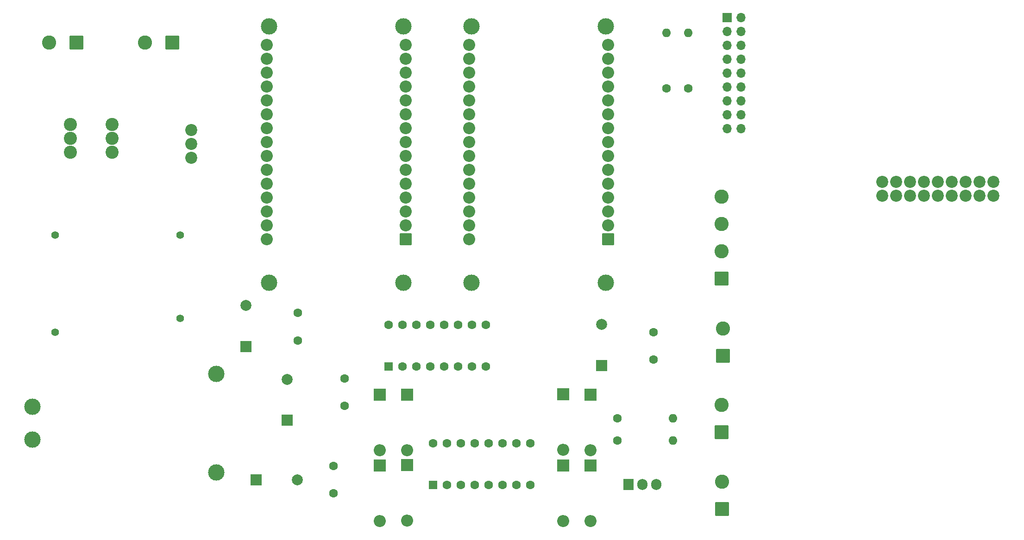
<source format=gbr>
%TF.GenerationSoftware,KiCad,Pcbnew,9.0.0*%
%TF.CreationDate,2025-03-24T15:48:26-05:00*%
%TF.ProjectId,DIIN-proyecto,4449494e-2d70-4726-9f79-6563746f2e6b,rev?*%
%TF.SameCoordinates,Original*%
%TF.FileFunction,Soldermask,Top*%
%TF.FilePolarity,Negative*%
%FSLAX46Y46*%
G04 Gerber Fmt 4.6, Leading zero omitted, Abs format (unit mm)*
G04 Created by KiCad (PCBNEW 9.0.0) date 2025-03-24 15:48:26*
%MOMM*%
%LPD*%
G01*
G04 APERTURE LIST*
G04 Aperture macros list*
%AMRoundRect*
0 Rectangle with rounded corners*
0 $1 Rounding radius*
0 $2 $3 $4 $5 $6 $7 $8 $9 X,Y pos of 4 corners*
0 Add a 4 corners polygon primitive as box body*
4,1,4,$2,$3,$4,$5,$6,$7,$8,$9,$2,$3,0*
0 Add four circle primitives for the rounded corners*
1,1,$1+$1,$2,$3*
1,1,$1+$1,$4,$5*
1,1,$1+$1,$6,$7*
1,1,$1+$1,$8,$9*
0 Add four rect primitives between the rounded corners*
20,1,$1+$1,$2,$3,$4,$5,0*
20,1,$1+$1,$4,$5,$6,$7,0*
20,1,$1+$1,$6,$7,$8,$9,0*
20,1,$1+$1,$8,$9,$2,$3,0*%
G04 Aperture macros list end*
%ADD10C,2.200000*%
%ADD11C,1.400000*%
%ADD12C,1.600000*%
%ADD13O,1.600000X1.600000*%
%ADD14R,1.905000X2.000000*%
%ADD15O,1.905000X2.000000*%
%ADD16RoundRect,0.250000X1.050000X-1.050000X1.050000X1.050000X-1.050000X1.050000X-1.050000X-1.050000X0*%
%ADD17C,2.600000*%
%ADD18C,3.000000*%
%ADD19R,2.000000X2.000000*%
%ADD20C,2.000000*%
%ADD21R,2.200000X2.200000*%
%ADD22O,2.200000X2.200000*%
%ADD23R,1.700000X1.700000*%
%ADD24O,1.700000X1.700000*%
%ADD25RoundRect,0.102000X1.000000X1.000000X-1.000000X1.000000X-1.000000X-1.000000X1.000000X-1.000000X0*%
%ADD26C,2.204000*%
%ADD27C,2.400000*%
%ADD28RoundRect,0.250000X1.050000X1.050000X-1.050000X1.050000X-1.050000X-1.050000X1.050000X-1.050000X0*%
%ADD29RoundRect,0.250000X0.550000X-0.550000X0.550000X0.550000X-0.550000X0.550000X-0.550000X-0.550000X0*%
G04 APERTURE END LIST*
D10*
%TO.C,U9*%
X196840000Y-74190000D03*
X196840000Y-76730000D03*
X199380000Y-74190000D03*
X199380000Y-76730000D03*
X201920000Y-74190000D03*
X201920000Y-76730000D03*
X204460000Y-74190000D03*
X204460000Y-76730000D03*
X207000000Y-74190000D03*
X207000000Y-76730000D03*
X209540000Y-74190000D03*
X209540000Y-76730000D03*
X212080000Y-74190000D03*
X212080000Y-76730000D03*
X214620000Y-74190000D03*
X214620000Y-76730000D03*
X217160000Y-74190000D03*
X217160000Y-76730000D03*
%TD*%
D11*
%TO.C,PS1*%
X45636650Y-101700000D03*
X68496650Y-99160000D03*
X68496650Y-83920000D03*
X45636650Y-83920000D03*
%TD*%
D12*
%TO.C,R4*%
X148420000Y-121500000D03*
D13*
X158580000Y-121500000D03*
%TD*%
D12*
%TO.C,R3*%
X148420000Y-117450000D03*
D13*
X158580000Y-117450000D03*
%TD*%
D14*
%TO.C,Q1*%
X150420000Y-129500000D03*
D15*
X152960000Y-129500000D03*
X155500000Y-129500000D03*
%TD*%
D16*
%TO.C,J15*%
X167500000Y-134000000D03*
D17*
X167500000Y-129000000D03*
%TD*%
D18*
%TO.C,U2*%
X41491650Y-115310000D03*
X41491650Y-121310000D03*
X75091650Y-109310000D03*
X75091650Y-127310000D03*
%TD*%
D16*
%TO.C,J10*%
X167481650Y-91840000D03*
D17*
X167481650Y-86840000D03*
X167481650Y-81840000D03*
X167481650Y-76840000D03*
%TD*%
D10*
%TO.C,U7*%
X70496650Y-67200000D03*
X70496650Y-64660000D03*
X70496650Y-69740000D03*
%TD*%
D12*
%TO.C,C2*%
X98496650Y-115160000D03*
X98496650Y-110160000D03*
%TD*%
%TO.C,C6*%
X154996650Y-106660000D03*
X154996650Y-101660000D03*
%TD*%
D19*
%TO.C,C7*%
X82378950Y-128660000D03*
D20*
X89878950Y-128660000D03*
%TD*%
D21*
%TO.C,D2*%
X109956650Y-113080000D03*
D22*
X109956650Y-123240000D03*
%TD*%
D21*
%TO.C,D5*%
X138456650Y-113000000D03*
D22*
X138456650Y-123160000D03*
%TD*%
D23*
%TO.C,J1*%
X168496650Y-44080000D03*
D24*
X171036650Y-44080000D03*
X168496650Y-46620000D03*
X171036650Y-46620000D03*
X168496650Y-49160000D03*
X171036650Y-49160000D03*
X168496650Y-51700000D03*
X171036650Y-51700000D03*
X168496650Y-54240000D03*
X171036650Y-54240000D03*
X168496650Y-56780000D03*
X171036650Y-56780000D03*
X168496650Y-59320000D03*
X171036650Y-59320000D03*
X168496650Y-61860000D03*
X171036650Y-61860000D03*
X168496650Y-64400000D03*
X171036650Y-64400000D03*
%TD*%
D18*
%TO.C,U8*%
X109276650Y-92635000D03*
X109276650Y-45685000D03*
X84766650Y-92635000D03*
X84766650Y-45685000D03*
D25*
X109696650Y-84675000D03*
D26*
X109696650Y-82135000D03*
X109696650Y-79595000D03*
X109696650Y-77055000D03*
X109696650Y-74515000D03*
X109696650Y-71975000D03*
X109696650Y-69435000D03*
X109696650Y-66895000D03*
X109696650Y-64355000D03*
X109696650Y-61815000D03*
X109696650Y-59275000D03*
X109696650Y-56735000D03*
X109696650Y-54195000D03*
X109696650Y-51655000D03*
X109696650Y-49115000D03*
X84296650Y-49115000D03*
X84296650Y-51655000D03*
X84296650Y-54195000D03*
X84296650Y-56735000D03*
X84296650Y-59275000D03*
X84296650Y-61815000D03*
X84296650Y-64355000D03*
X84296650Y-66895000D03*
X84296650Y-69435000D03*
X84296650Y-71975000D03*
X84296650Y-74515000D03*
X84296650Y-77055000D03*
X84296650Y-79595000D03*
X84296650Y-82135000D03*
X84296650Y-84675000D03*
%TD*%
D19*
%TO.C,C5*%
X145496650Y-107777700D03*
D20*
X145496650Y-100277700D03*
%TD*%
D21*
%TO.C,D4*%
X104956650Y-126080000D03*
D22*
X104956650Y-136240000D03*
%TD*%
D21*
%TO.C,D6*%
X138456650Y-126080000D03*
D22*
X138456650Y-136240000D03*
%TD*%
D12*
%TO.C,R2*%
X161386650Y-57085000D03*
D13*
X161386650Y-46925000D03*
%TD*%
D21*
%TO.C,D1*%
X109956650Y-126000000D03*
D22*
X109956650Y-136160000D03*
%TD*%
D19*
%TO.C,C1*%
X87996650Y-117777700D03*
D20*
X87996650Y-110277700D03*
%TD*%
D27*
%TO.C,U3*%
X55996650Y-63660000D03*
X55996650Y-66200000D03*
X55996650Y-68740000D03*
X48376650Y-63660000D03*
X48376650Y-66200000D03*
X48376650Y-68740000D03*
%TD*%
D28*
%TO.C,J2*%
X49496650Y-48660000D03*
D17*
X44496650Y-48660000D03*
%TD*%
D16*
%TO.C,J3*%
X167481650Y-120000000D03*
D17*
X167481650Y-115000000D03*
%TD*%
D12*
%TO.C,C8*%
X96496650Y-126160000D03*
X96496650Y-131160000D03*
%TD*%
%TO.C,C4*%
X89996650Y-103160000D03*
X89996650Y-98160000D03*
%TD*%
D21*
%TO.C,D8*%
X143456650Y-126080000D03*
D22*
X143456650Y-136240000D03*
%TD*%
D28*
%TO.C,J4*%
X66996650Y-48660000D03*
D17*
X61996650Y-48660000D03*
%TD*%
D29*
%TO.C,U5*%
X114716650Y-129660000D03*
D12*
X117256650Y-129660000D03*
X119796650Y-129660000D03*
X122336650Y-129660000D03*
X124876650Y-129660000D03*
X127416650Y-129660000D03*
X129956650Y-129660000D03*
X132496650Y-129660000D03*
X132496650Y-122040000D03*
X129956650Y-122040000D03*
X127416650Y-122040000D03*
X124876650Y-122040000D03*
X122336650Y-122040000D03*
X119796650Y-122040000D03*
X117256650Y-122040000D03*
X114716650Y-122040000D03*
%TD*%
D29*
%TO.C,U1*%
X106606650Y-107965000D03*
D12*
X109146650Y-107965000D03*
X111686650Y-107965000D03*
X114226650Y-107965000D03*
X116766650Y-107965000D03*
X119306650Y-107965000D03*
X121846650Y-107965000D03*
X124386650Y-107965000D03*
X124386650Y-100345000D03*
X121846650Y-100345000D03*
X119306650Y-100345000D03*
X116766650Y-100345000D03*
X114226650Y-100345000D03*
X111686650Y-100345000D03*
X109146650Y-100345000D03*
X106606650Y-100345000D03*
%TD*%
D19*
%TO.C,C3*%
X80496650Y-104277700D03*
D20*
X80496650Y-96777700D03*
%TD*%
D16*
%TO.C,J6*%
X167672500Y-106000000D03*
D17*
X167672500Y-101000000D03*
%TD*%
D18*
%TO.C,U6*%
X146276650Y-92635000D03*
X146276650Y-45685000D03*
X121766650Y-92635000D03*
X121766650Y-45685000D03*
D25*
X146696650Y-84675000D03*
D26*
X146696650Y-82135000D03*
X146696650Y-79595000D03*
X146696650Y-77055000D03*
X146696650Y-74515000D03*
X146696650Y-71975000D03*
X146696650Y-69435000D03*
X146696650Y-66895000D03*
X146696650Y-64355000D03*
X146696650Y-61815000D03*
X146696650Y-59275000D03*
X146696650Y-56735000D03*
X146696650Y-54195000D03*
X146696650Y-51655000D03*
X146696650Y-49115000D03*
X121296650Y-49115000D03*
X121296650Y-51655000D03*
X121296650Y-54195000D03*
X121296650Y-56735000D03*
X121296650Y-59275000D03*
X121296650Y-61815000D03*
X121296650Y-64355000D03*
X121296650Y-66895000D03*
X121296650Y-69435000D03*
X121296650Y-71975000D03*
X121296650Y-74515000D03*
X121296650Y-77055000D03*
X121296650Y-79595000D03*
X121296650Y-82135000D03*
X121296650Y-84675000D03*
%TD*%
D12*
%TO.C,R1*%
X157336650Y-57085000D03*
D13*
X157336650Y-46925000D03*
%TD*%
D21*
%TO.C,D7*%
X143456650Y-113080000D03*
D22*
X143456650Y-123240000D03*
%TD*%
D21*
%TO.C,D3*%
X104956650Y-113080000D03*
D22*
X104956650Y-123240000D03*
%TD*%
M02*

</source>
